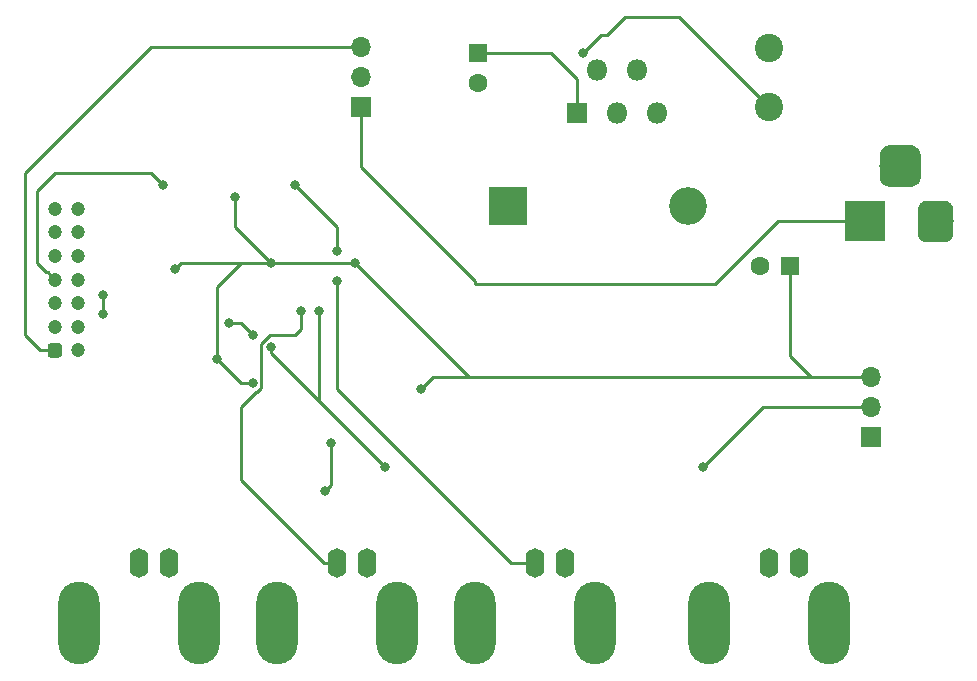
<source format=gbr>
G04 #@! TF.GenerationSoftware,KiCad,Pcbnew,5.0.2-bee76a0~70~ubuntu18.04.1*
G04 #@! TF.CreationDate,2019-01-20T23:04:17+00:00*
G04 #@! TF.ProjectId,Lcr_addon,4c63725f-6164-4646-9f6e-2e6b69636164,rev?*
G04 #@! TF.SameCoordinates,Original*
G04 #@! TF.FileFunction,Copper,L2,Bot*
G04 #@! TF.FilePolarity,Positive*
%FSLAX46Y46*%
G04 Gerber Fmt 4.6, Leading zero omitted, Abs format (unit mm)*
G04 Created by KiCad (PCBNEW 5.0.2-bee76a0~70~ubuntu18.04.1) date Sun 20 Jan 2019 23:04:17 GMT*
%MOMM*%
%LPD*%
G01*
G04 APERTURE LIST*
G04 #@! TA.AperFunction,ComponentPad*
%ADD10R,1.800000X1.800000*%
G04 #@! TD*
G04 #@! TA.AperFunction,ComponentPad*
%ADD11O,1.800000X1.800000*%
G04 #@! TD*
G04 #@! TA.AperFunction,ComponentPad*
%ADD12C,1.600000*%
G04 #@! TD*
G04 #@! TA.AperFunction,ComponentPad*
%ADD13R,1.600000X1.600000*%
G04 #@! TD*
G04 #@! TA.AperFunction,ComponentPad*
%ADD14R,3.200000X3.200000*%
G04 #@! TD*
G04 #@! TA.AperFunction,ComponentPad*
%ADD15O,3.200000X3.200000*%
G04 #@! TD*
G04 #@! TA.AperFunction,ComponentPad*
%ADD16R,3.500000X3.500000*%
G04 #@! TD*
G04 #@! TA.AperFunction,Conductor*
%ADD17C,0.100000*%
G04 #@! TD*
G04 #@! TA.AperFunction,ComponentPad*
%ADD18C,3.000000*%
G04 #@! TD*
G04 #@! TA.AperFunction,ComponentPad*
%ADD19C,3.500000*%
G04 #@! TD*
G04 #@! TA.AperFunction,ComponentPad*
%ADD20C,1.200000*%
G04 #@! TD*
G04 #@! TA.AperFunction,ComponentPad*
%ADD21R,1.700000X1.700000*%
G04 #@! TD*
G04 #@! TA.AperFunction,ComponentPad*
%ADD22O,1.700000X1.700000*%
G04 #@! TD*
G04 #@! TA.AperFunction,ComponentPad*
%ADD23O,1.600000X2.500000*%
G04 #@! TD*
G04 #@! TA.AperFunction,ComponentPad*
%ADD24O,3.500000X7.000000*%
G04 #@! TD*
G04 #@! TA.AperFunction,ComponentPad*
%ADD25C,2.400000*%
G04 #@! TD*
G04 #@! TA.AperFunction,ViaPad*
%ADD26C,0.800000*%
G04 #@! TD*
G04 #@! TA.AperFunction,Conductor*
%ADD27C,0.250000*%
G04 #@! TD*
G04 APERTURE END LIST*
D10*
G04 #@! TO.P,U4,1*
G04 #@! TO.N,Net-(C1-Pad1)*
X87376000Y-60452000D03*
D11*
G04 #@! TO.P,U4,2*
G04 #@! TO.N,Net-(D1-Pad1)*
X89076000Y-56752000D03*
G04 #@! TO.P,U4,3*
G04 #@! TO.N,GND*
X90776000Y-60452000D03*
G04 #@! TO.P,U4,4*
G04 #@! TO.N,VCC*
X92476000Y-56752000D03*
G04 #@! TO.P,U4,5*
G04 #@! TO.N,GND*
X94176000Y-60452000D03*
G04 #@! TD*
D12*
G04 #@! TO.P,C1,2*
G04 #@! TO.N,GND*
X78994000Y-57872000D03*
D13*
G04 #@! TO.P,C1,1*
G04 #@! TO.N,Net-(C1-Pad1)*
X78994000Y-55372000D03*
G04 #@! TD*
G04 #@! TO.P,C2,1*
G04 #@! TO.N,VCC*
X105410000Y-73406000D03*
D12*
G04 #@! TO.P,C2,2*
G04 #@! TO.N,GND*
X102910000Y-73406000D03*
G04 #@! TD*
D14*
G04 #@! TO.P,D1,1*
G04 #@! TO.N,Net-(D1-Pad1)*
X81534000Y-68326000D03*
D15*
G04 #@! TO.P,D1,2*
G04 #@! TO.N,GND*
X96774000Y-68326000D03*
G04 #@! TD*
D16*
G04 #@! TO.P,J1,1*
G04 #@! TO.N,+12V*
X111760000Y-69596000D03*
D17*
G04 #@! TD*
G04 #@! TO.N,GND*
G04 #@! TO.C,J1*
G36*
X118583513Y-67849611D02*
X118656318Y-67860411D01*
X118727714Y-67878295D01*
X118797013Y-67903090D01*
X118863548Y-67934559D01*
X118926678Y-67972398D01*
X118985795Y-68016242D01*
X119040330Y-68065670D01*
X119089758Y-68120205D01*
X119133602Y-68179322D01*
X119171441Y-68242452D01*
X119202910Y-68308987D01*
X119227705Y-68378286D01*
X119245589Y-68449682D01*
X119256389Y-68522487D01*
X119260000Y-68596000D01*
X119260000Y-70596000D01*
X119256389Y-70669513D01*
X119245589Y-70742318D01*
X119227705Y-70813714D01*
X119202910Y-70883013D01*
X119171441Y-70949548D01*
X119133602Y-71012678D01*
X119089758Y-71071795D01*
X119040330Y-71126330D01*
X118985795Y-71175758D01*
X118926678Y-71219602D01*
X118863548Y-71257441D01*
X118797013Y-71288910D01*
X118727714Y-71313705D01*
X118656318Y-71331589D01*
X118583513Y-71342389D01*
X118510000Y-71346000D01*
X117010000Y-71346000D01*
X116936487Y-71342389D01*
X116863682Y-71331589D01*
X116792286Y-71313705D01*
X116722987Y-71288910D01*
X116656452Y-71257441D01*
X116593322Y-71219602D01*
X116534205Y-71175758D01*
X116479670Y-71126330D01*
X116430242Y-71071795D01*
X116386398Y-71012678D01*
X116348559Y-70949548D01*
X116317090Y-70883013D01*
X116292295Y-70813714D01*
X116274411Y-70742318D01*
X116263611Y-70669513D01*
X116260000Y-70596000D01*
X116260000Y-68596000D01*
X116263611Y-68522487D01*
X116274411Y-68449682D01*
X116292295Y-68378286D01*
X116317090Y-68308987D01*
X116348559Y-68242452D01*
X116386398Y-68179322D01*
X116430242Y-68120205D01*
X116479670Y-68065670D01*
X116534205Y-68016242D01*
X116593322Y-67972398D01*
X116656452Y-67934559D01*
X116722987Y-67903090D01*
X116792286Y-67878295D01*
X116863682Y-67860411D01*
X116936487Y-67849611D01*
X117010000Y-67846000D01*
X118510000Y-67846000D01*
X118583513Y-67849611D01*
X118583513Y-67849611D01*
G37*
D18*
G04 #@! TO.P,J1,2*
G04 #@! TO.N,GND*
X117760000Y-69596000D03*
D17*
G04 #@! TD*
G04 #@! TO.N,N/C*
G04 #@! TO.C,J1*
G36*
X115720765Y-63150213D02*
X115805704Y-63162813D01*
X115888999Y-63183677D01*
X115969848Y-63212605D01*
X116047472Y-63249319D01*
X116121124Y-63293464D01*
X116190094Y-63344616D01*
X116253718Y-63402282D01*
X116311384Y-63465906D01*
X116362536Y-63534876D01*
X116406681Y-63608528D01*
X116443395Y-63686152D01*
X116472323Y-63767001D01*
X116493187Y-63850296D01*
X116505787Y-63935235D01*
X116510000Y-64021000D01*
X116510000Y-65771000D01*
X116505787Y-65856765D01*
X116493187Y-65941704D01*
X116472323Y-66024999D01*
X116443395Y-66105848D01*
X116406681Y-66183472D01*
X116362536Y-66257124D01*
X116311384Y-66326094D01*
X116253718Y-66389718D01*
X116190094Y-66447384D01*
X116121124Y-66498536D01*
X116047472Y-66542681D01*
X115969848Y-66579395D01*
X115888999Y-66608323D01*
X115805704Y-66629187D01*
X115720765Y-66641787D01*
X115635000Y-66646000D01*
X113885000Y-66646000D01*
X113799235Y-66641787D01*
X113714296Y-66629187D01*
X113631001Y-66608323D01*
X113550152Y-66579395D01*
X113472528Y-66542681D01*
X113398876Y-66498536D01*
X113329906Y-66447384D01*
X113266282Y-66389718D01*
X113208616Y-66326094D01*
X113157464Y-66257124D01*
X113113319Y-66183472D01*
X113076605Y-66105848D01*
X113047677Y-66024999D01*
X113026813Y-65941704D01*
X113014213Y-65856765D01*
X113010000Y-65771000D01*
X113010000Y-64021000D01*
X113014213Y-63935235D01*
X113026813Y-63850296D01*
X113047677Y-63767001D01*
X113076605Y-63686152D01*
X113113319Y-63608528D01*
X113157464Y-63534876D01*
X113208616Y-63465906D01*
X113266282Y-63402282D01*
X113329906Y-63344616D01*
X113398876Y-63293464D01*
X113472528Y-63249319D01*
X113550152Y-63212605D01*
X113631001Y-63183677D01*
X113714296Y-63162813D01*
X113799235Y-63150213D01*
X113885000Y-63146000D01*
X115635000Y-63146000D01*
X115720765Y-63150213D01*
X115720765Y-63150213D01*
G37*
D19*
G04 #@! TO.P,J1,3*
G04 #@! TO.N,N/C*
X114760000Y-64896000D03*
G04 #@! TD*
D17*
G04 #@! TO.N,Net-(J2-Pad1)*
G04 #@! TO.C,J2*
G36*
X43554505Y-79919204D02*
X43578773Y-79922804D01*
X43602572Y-79928765D01*
X43625671Y-79937030D01*
X43647850Y-79947520D01*
X43668893Y-79960132D01*
X43688599Y-79974747D01*
X43706777Y-79991223D01*
X43723253Y-80009401D01*
X43737868Y-80029107D01*
X43750480Y-80050150D01*
X43760970Y-80072329D01*
X43769235Y-80095428D01*
X43775196Y-80119227D01*
X43778796Y-80143495D01*
X43780000Y-80167999D01*
X43780000Y-80868001D01*
X43778796Y-80892505D01*
X43775196Y-80916773D01*
X43769235Y-80940572D01*
X43760970Y-80963671D01*
X43750480Y-80985850D01*
X43737868Y-81006893D01*
X43723253Y-81026599D01*
X43706777Y-81044777D01*
X43688599Y-81061253D01*
X43668893Y-81075868D01*
X43647850Y-81088480D01*
X43625671Y-81098970D01*
X43602572Y-81107235D01*
X43578773Y-81113196D01*
X43554505Y-81116796D01*
X43530001Y-81118000D01*
X42829999Y-81118000D01*
X42805495Y-81116796D01*
X42781227Y-81113196D01*
X42757428Y-81107235D01*
X42734329Y-81098970D01*
X42712150Y-81088480D01*
X42691107Y-81075868D01*
X42671401Y-81061253D01*
X42653223Y-81044777D01*
X42636747Y-81026599D01*
X42622132Y-81006893D01*
X42609520Y-80985850D01*
X42599030Y-80963671D01*
X42590765Y-80940572D01*
X42584804Y-80916773D01*
X42581204Y-80892505D01*
X42580000Y-80868001D01*
X42580000Y-80167999D01*
X42581204Y-80143495D01*
X42584804Y-80119227D01*
X42590765Y-80095428D01*
X42599030Y-80072329D01*
X42609520Y-80050150D01*
X42622132Y-80029107D01*
X42636747Y-80009401D01*
X42653223Y-79991223D01*
X42671401Y-79974747D01*
X42691107Y-79960132D01*
X42712150Y-79947520D01*
X42734329Y-79937030D01*
X42757428Y-79928765D01*
X42781227Y-79922804D01*
X42805495Y-79919204D01*
X42829999Y-79918000D01*
X43530001Y-79918000D01*
X43554505Y-79919204D01*
X43554505Y-79919204D01*
G37*
D20*
G04 #@! TD*
G04 #@! TO.P,J2,1*
G04 #@! TO.N,Net-(J2-Pad1)*
X43180000Y-80518000D03*
G04 #@! TO.P,J2,3*
G04 #@! TO.N,Net-(J2-Pad3)*
X43180000Y-78518000D03*
G04 #@! TO.P,J2,5*
G04 #@! TO.N,Net-(J2-Pad5)*
X43180000Y-76518000D03*
G04 #@! TO.P,J2,7*
G04 #@! TO.N,Net-(J2-Pad7)*
X43180000Y-74518000D03*
G04 #@! TO.P,J2,9*
G04 #@! TO.N,Net-(J2-Pad9)*
X43180000Y-72518000D03*
G04 #@! TO.P,J2,11*
G04 #@! TO.N,Net-(J2-Pad11)*
X43180000Y-70518000D03*
G04 #@! TO.P,J2,13*
G04 #@! TO.N,GND*
X43180000Y-68518000D03*
G04 #@! TO.P,J2,2*
G04 #@! TO.N,Net-(J2-Pad2)*
X45180000Y-80518000D03*
G04 #@! TO.P,J2,4*
G04 #@! TO.N,Net-(J2-Pad4)*
X45180000Y-78518000D03*
G04 #@! TO.P,J2,6*
G04 #@! TO.N,Net-(J2-Pad6)*
X45180000Y-76518000D03*
G04 #@! TO.P,J2,8*
G04 #@! TO.N,Net-(J2-Pad8)*
X45180000Y-74518000D03*
G04 #@! TO.P,J2,10*
G04 #@! TO.N,Net-(J2-Pad10)*
X45180000Y-72518000D03*
G04 #@! TO.P,J2,12*
G04 #@! TO.N,GND*
X45180000Y-70518000D03*
G04 #@! TO.P,J2,14*
X45180000Y-68518000D03*
G04 #@! TD*
D21*
G04 #@! TO.P,J3,1*
G04 #@! TO.N,+12V*
X69088000Y-59944000D03*
D22*
G04 #@! TO.P,J3,2*
G04 #@! TO.N,Net-(C1-Pad1)*
X69088000Y-57404000D03*
G04 #@! TO.P,J3,3*
G04 #@! TO.N,Net-(J2-Pad1)*
X69088000Y-54864000D03*
G04 #@! TD*
D23*
G04 #@! TO.P,J4,2*
G04 #@! TO.N,GND*
X106172000Y-98552000D03*
G04 #@! TO.P,J4,1*
G04 #@! TO.N,Net-(J4-Pad1)*
X103632000Y-98552000D03*
D24*
G04 #@! TO.P,J4,2*
G04 #@! TO.N,GND*
X98552000Y-103632000D03*
X108712000Y-103632000D03*
G04 #@! TD*
D23*
G04 #@! TO.P,J5,2*
G04 #@! TO.N,GND*
X69596000Y-98552000D03*
G04 #@! TO.P,J5,1*
G04 #@! TO.N,Net-(J5-Pad1)*
X67056000Y-98552000D03*
D24*
G04 #@! TO.P,J5,2*
G04 #@! TO.N,GND*
X61976000Y-103632000D03*
X72136000Y-103632000D03*
G04 #@! TD*
G04 #@! TO.P,J6,2*
G04 #@! TO.N,GND*
X88900000Y-103632000D03*
X78740000Y-103632000D03*
D23*
G04 #@! TO.P,J6,1*
G04 #@! TO.N,Net-(J6-Pad1)*
X83820000Y-98552000D03*
G04 #@! TO.P,J6,2*
G04 #@! TO.N,GND*
X86360000Y-98552000D03*
G04 #@! TD*
D24*
G04 #@! TO.P,J7,2*
G04 #@! TO.N,GND*
X55372000Y-103632000D03*
X45212000Y-103632000D03*
D23*
G04 #@! TO.P,J7,1*
G04 #@! TO.N,Net-(J7-Pad1)*
X50292000Y-98552000D03*
G04 #@! TO.P,J7,2*
G04 #@! TO.N,GND*
X52832000Y-98552000D03*
G04 #@! TD*
D25*
G04 #@! TO.P,L1,1*
G04 #@! TO.N,Net-(D1-Pad1)*
X103632000Y-59944000D03*
G04 #@! TO.P,L1,2*
G04 #@! TO.N,VCC*
X103632000Y-54944000D03*
G04 #@! TD*
D21*
G04 #@! TO.P,J8,1*
G04 #@! TO.N,Net-(J8-Pad1)*
X112268000Y-87884000D03*
D22*
G04 #@! TO.P,J8,2*
G04 #@! TO.N,Net-(J8-Pad2)*
X112268000Y-85344000D03*
G04 #@! TO.P,J8,3*
G04 #@! TO.N,VCC*
X112268000Y-82804000D03*
G04 #@! TD*
D26*
G04 #@! TO.N,VCC*
X68580000Y-73152000D03*
X61468000Y-73152000D03*
X56896000Y-81280000D03*
X59944000Y-83312000D03*
X58420000Y-67564000D03*
X53340000Y-73660000D03*
X74168000Y-83820000D03*
G04 #@! TO.N,Net-(D1-Pad1)*
X87884000Y-55372000D03*
G04 #@! TO.N,Net-(J2-Pad7)*
X52324000Y-66548000D03*
G04 #@! TO.N,Net-(J2-Pad8)*
X47244000Y-77470000D03*
X47244000Y-75793000D03*
X47244000Y-75793000D03*
G04 #@! TO.N,Net-(J5-Pad1)*
X64008000Y-77216000D03*
G04 #@! TO.N,Net-(J6-Pad1)*
X67056000Y-74676000D03*
X67056000Y-72136000D03*
X63500000Y-66548000D03*
G04 #@! TO.N,Net-(J7-Pad1)*
X66040000Y-92456000D03*
X66548000Y-88392000D03*
G04 #@! TO.N,Net-(U2-Pad4)*
X57912000Y-78232000D03*
X59944000Y-79248000D03*
G04 #@! TO.N,Net-(J8-Pad2)*
X98044000Y-90424000D03*
X71120000Y-90424000D03*
X61468000Y-80264000D03*
X65532000Y-77216000D03*
G04 #@! TD*
D27*
G04 #@! TO.N,Net-(C1-Pad1)*
X87376000Y-57524000D02*
X87376000Y-60452000D01*
X78994000Y-55372000D02*
X85224000Y-55372000D01*
X85224000Y-55372000D02*
X87376000Y-57524000D01*
G04 #@! TO.N,VCC*
X68580000Y-73152000D02*
X61468000Y-73152000D01*
X56896000Y-81280000D02*
X58928000Y-83312000D01*
X58928000Y-83312000D02*
X59944000Y-83312000D01*
X78232000Y-82804000D02*
X68580000Y-73152000D01*
X61468000Y-73152000D02*
X58928000Y-70612000D01*
X58928000Y-70612000D02*
X58420000Y-70104000D01*
X58420000Y-70104000D02*
X58420000Y-67564000D01*
X53848000Y-73152000D02*
X53340000Y-73660000D01*
X58928000Y-73152000D02*
X53848000Y-73152000D01*
X61468000Y-73152000D02*
X58928000Y-73152000D01*
X56896000Y-75184000D02*
X56896000Y-81280000D01*
X58928000Y-73152000D02*
X56896000Y-75184000D01*
X78232000Y-82804000D02*
X75184000Y-82804000D01*
X75184000Y-82804000D02*
X74168000Y-83820000D01*
X105410000Y-81026000D02*
X107188000Y-82804000D01*
X105410000Y-73406000D02*
X105410000Y-81026000D01*
X112268000Y-82804000D02*
X107188000Y-82804000D01*
X107188000Y-82804000D02*
X78232000Y-82804000D01*
G04 #@! TO.N,Net-(D1-Pad1)*
X89943999Y-53820001D02*
X91440000Y-52324000D01*
X96012000Y-52324000D02*
X103632000Y-59944000D01*
X91440000Y-52324000D02*
X96012000Y-52324000D01*
X89943999Y-53820001D02*
X89435999Y-53820001D01*
X89435999Y-53820001D02*
X87884000Y-55372000D01*
G04 #@! TO.N,+12V*
X69088000Y-61044000D02*
X69088000Y-65024000D01*
X104394000Y-69596000D02*
X99060000Y-74930000D01*
X69088000Y-59944000D02*
X69088000Y-61044000D01*
X99060000Y-74930000D02*
X78740000Y-74930000D01*
X111760000Y-69596000D02*
X104394000Y-69596000D01*
X78740000Y-74930000D02*
X78740000Y-74676000D01*
X78740000Y-74676000D02*
X69088000Y-65024000D01*
G04 #@! TO.N,Net-(J2-Pad1)*
X43180000Y-80518000D02*
X41910000Y-80518000D01*
X41910000Y-80518000D02*
X40640000Y-79248000D01*
X51816000Y-54864000D02*
X69088000Y-54864000D01*
X42672000Y-63500000D02*
X40640000Y-65532000D01*
X51308000Y-54864000D02*
X42672000Y-63500000D01*
X51816000Y-54864000D02*
X51308000Y-54864000D01*
X40640000Y-79248000D02*
X40640000Y-65532000D01*
G04 #@! TO.N,Net-(J2-Pad7)*
X42580001Y-73918001D02*
X42422001Y-73918001D01*
X43180000Y-74518000D02*
X42580001Y-73918001D01*
X42422001Y-73918001D02*
X41656000Y-73152000D01*
X41656000Y-73152000D02*
X41656000Y-67564000D01*
X41656000Y-67564000D02*
X41656000Y-67056000D01*
X41656000Y-67056000D02*
X43180000Y-65532000D01*
X43180000Y-65532000D02*
X51308000Y-65532000D01*
X51308000Y-65532000D02*
X52324000Y-66548000D01*
G04 #@! TO.N,Net-(J2-Pad8)*
X47244000Y-75692000D02*
X47244000Y-75793000D01*
X47244000Y-77470000D02*
X47244000Y-75793000D01*
G04 #@! TO.N,Net-(J5-Pad1)*
X58928000Y-88900000D02*
X58928000Y-85344000D01*
X58928000Y-85344000D02*
X59436000Y-84836000D01*
X60292001Y-84037001D02*
X60669001Y-83660001D01*
X59436000Y-84836000D02*
X60234999Y-84037001D01*
X60234999Y-84037001D02*
X60292001Y-84037001D01*
X60669001Y-79989997D02*
X61410998Y-79248000D01*
X60669001Y-83660001D02*
X60669001Y-79989997D01*
X61410998Y-79248000D02*
X63500000Y-79248000D01*
X63500000Y-79248000D02*
X64008000Y-78740000D01*
X64008000Y-78740000D02*
X64008000Y-77216000D01*
X58928000Y-91474000D02*
X58928000Y-89465685D01*
X66006000Y-98552000D02*
X58928000Y-91474000D01*
X58928000Y-89465685D02*
X58928000Y-88900000D01*
X67056000Y-98552000D02*
X66006000Y-98552000D01*
G04 #@! TO.N,Net-(J6-Pad1)*
X83820000Y-98552000D02*
X81788000Y-98552000D01*
X72644000Y-89408000D02*
X67564000Y-84328000D01*
X67056000Y-83820000D02*
X67056000Y-74676000D01*
X74676000Y-91440000D02*
X72644000Y-89408000D01*
X81788000Y-98552000D02*
X74676000Y-91440000D01*
X67564000Y-84328000D02*
X67056000Y-83820000D01*
X67056000Y-72136000D02*
X67056000Y-70104000D01*
X67056000Y-70104000D02*
X63500000Y-66548000D01*
G04 #@! TO.N,Net-(J7-Pad1)*
X66040000Y-92456000D02*
X66548000Y-91948000D01*
X66548000Y-91948000D02*
X66548000Y-88392000D01*
G04 #@! TO.N,Net-(U2-Pad4)*
X57912000Y-78232000D02*
X58928000Y-78232000D01*
X58928000Y-78232000D02*
X59944000Y-79248000D01*
G04 #@! TO.N,Net-(J8-Pad2)*
X112268000Y-85344000D02*
X103124000Y-85344000D01*
X103124000Y-85344000D02*
X99568000Y-88900000D01*
X99568000Y-88900000D02*
X98044000Y-90424000D01*
X71120000Y-90424000D02*
X65532000Y-84836000D01*
X65532000Y-84836000D02*
X61976000Y-81280000D01*
X61976000Y-81280000D02*
X61468000Y-80772000D01*
X61468000Y-80772000D02*
X61468000Y-80264000D01*
X65532000Y-84836000D02*
X65532000Y-77216000D01*
G04 #@! TD*
M02*

</source>
